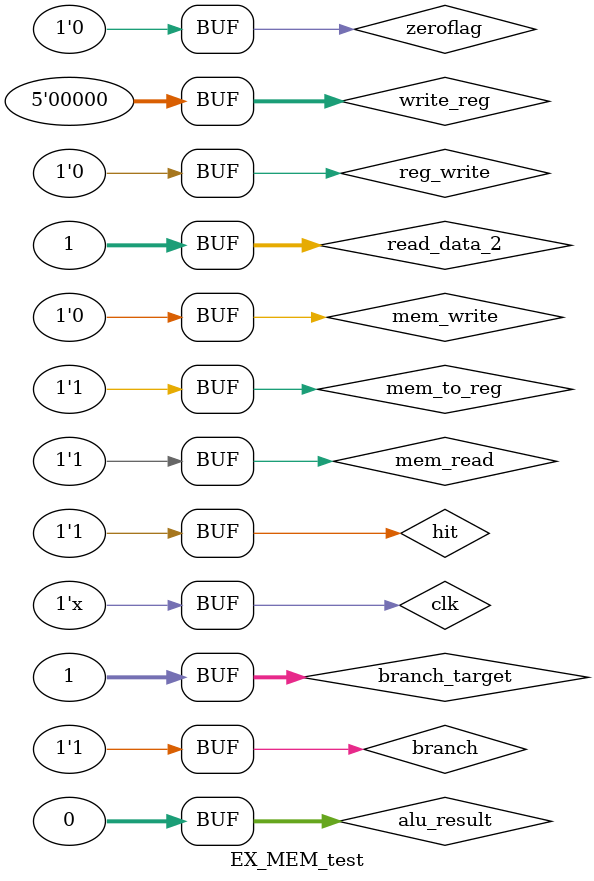
<source format=v>
`timescale 1ns / 1ps


module EX_MEM_test;

	// Inputs
	reg clk;
	reg hit;
	reg [31:0] branch_target;
	reg [31:0] alu_result;
	reg [31:0] read_data_2;
	reg [4:0] write_reg;
	reg branch;
	reg zeroflag;
	reg mem_to_reg;
	reg reg_write;
	reg mem_read;
	reg mem_write;
	
	initial clk = 0;
	always #25 clk = ~clk;

	// Outputs
	wire [31:0] branch_target_out;
	wire [31:0] alu_result_out;
	wire [31:0] read_data_2_out;
	wire [4:0] write_reg_out;
	wire zeroflagOut;
	wire mem_to_reg_out;
	wire reg_write_out;
	wire mem_read_out;
	wire mem_write_out;
	wire branch_out;

	// Instantiate the Unit Under Test (UUT)
	EX_MEM_reg uut (
		.clk(clk), 
		.hit(hit), 
		.branch_target(branch_target), 
		.alu_result(alu_result), 
		.read_data_2(read_data_2), 
		.write_reg(write_reg), 
		.branch(branch), 
		.zeroflag(zeroflag), 
		.mem_to_reg(mem_to_reg), 
		.reg_write(reg_write), 
		.mem_read(mem_read), 
		.mem_write(mem_write), 
		.branch_target_out(branch_target_out), 
		.alu_result_out(alu_result_out), 
		.read_data_2_out(read_data_2_out), 
		.write_reg_out(write_reg_out), 
		.zeroflagOut(zeroflagOut), 
		.mem_to_reg_out(mem_to_reg_out), 
		.reg_write_out(reg_write_out), 
		.mem_read_out(mem_read_out), 
		.mem_write_out(mem_write_out), 
		.branch_out(branch_out)
	);

	initial begin
		// Initialize Inputs

		hit = 0;
		branch_target = 1;
		alu_result = 0;
		read_data_2 = 1;
		write_reg = 0;
		branch = 1;
		zeroflag = 0;
		mem_to_reg = 1;
		reg_write = 0;
		mem_read = 1;
		mem_write = 0;
		

		// Wait 100 ns for global reset to finish
		#100;
		hit = 1;
		branch_target = 1;
		alu_result = 0;
		read_data_2 = 1;
		write_reg = 0;
		branch = 1;
		zeroflag = 0;
		mem_to_reg = 1;
		reg_write = 0;
		mem_read = 1;
		mem_write = 0;
		

		// Wait 100 ns for global reset to finish
		#100;
        
		// Add stimulus here

	end
      
endmodule


</source>
